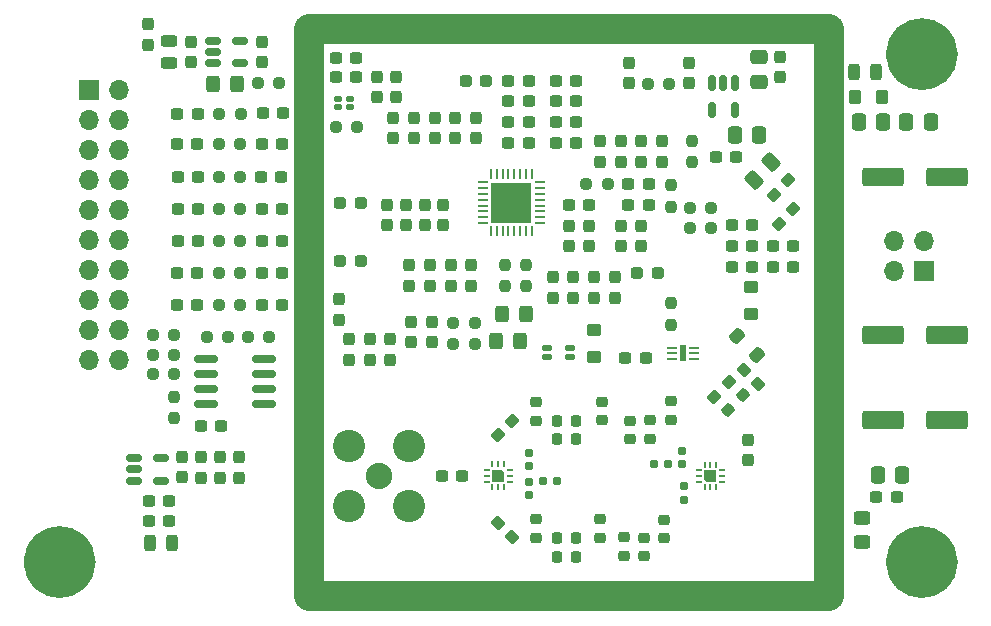
<source format=gbr>
%TF.GenerationSoftware,KiCad,Pcbnew,8.0.9-8.0.9-0~ubuntu22.04.1*%
%TF.CreationDate,2025-06-08T18:36:03+02:00*%
%TF.ProjectId,LO_synth_ADF4351_module,4c4f5f73-796e-4746-985f-414446343335,rev?*%
%TF.SameCoordinates,Original*%
%TF.FileFunction,Soldermask,Top*%
%TF.FilePolarity,Negative*%
%FSLAX46Y46*%
G04 Gerber Fmt 4.6, Leading zero omitted, Abs format (unit mm)*
G04 Created by KiCad (PCBNEW 8.0.9-8.0.9-0~ubuntu22.04.1) date 2025-06-08 18:36:03*
%MOMM*%
%LPD*%
G01*
G04 APERTURE LIST*
G04 Aperture macros list*
%AMRoundRect*
0 Rectangle with rounded corners*
0 $1 Rounding radius*
0 $2 $3 $4 $5 $6 $7 $8 $9 X,Y pos of 4 corners*
0 Add a 4 corners polygon primitive as box body*
4,1,4,$2,$3,$4,$5,$6,$7,$8,$9,$2,$3,0*
0 Add four circle primitives for the rounded corners*
1,1,$1+$1,$2,$3*
1,1,$1+$1,$4,$5*
1,1,$1+$1,$6,$7*
1,1,$1+$1,$8,$9*
0 Add four rect primitives between the rounded corners*
20,1,$1+$1,$2,$3,$4,$5,0*
20,1,$1+$1,$4,$5,$6,$7,0*
20,1,$1+$1,$6,$7,$8,$9,0*
20,1,$1+$1,$8,$9,$2,$3,0*%
%AMOutline5P*
0 Free polygon, 5 corners , with rotation*
0 The origin of the aperture is its center*
0 number of corners: always 5*
0 $1 to $10 corner X, Y*
0 $11 Rotation angle, in degrees counterclockwise*
0 create outline with 5 corners*
4,1,5,$1,$2,$3,$4,$5,$6,$7,$8,$9,$10,$1,$2,$11*%
%AMOutline6P*
0 Free polygon, 6 corners , with rotation*
0 The origin of the aperture is its center*
0 number of corners: always 6*
0 $1 to $12 corner X, Y*
0 $13 Rotation angle, in degrees counterclockwise*
0 create outline with 6 corners*
4,1,6,$1,$2,$3,$4,$5,$6,$7,$8,$9,$10,$11,$12,$1,$2,$13*%
%AMOutline7P*
0 Free polygon, 7 corners , with rotation*
0 The origin of the aperture is its center*
0 number of corners: always 7*
0 $1 to $14 corner X, Y*
0 $15 Rotation angle, in degrees counterclockwise*
0 create outline with 7 corners*
4,1,7,$1,$2,$3,$4,$5,$6,$7,$8,$9,$10,$11,$12,$13,$14,$1,$2,$15*%
%AMOutline8P*
0 Free polygon, 8 corners , with rotation*
0 The origin of the aperture is its center*
0 number of corners: always 8*
0 $1 to $16 corner X, Y*
0 $17 Rotation angle, in degrees counterclockwise*
0 create outline with 8 corners*
4,1,8,$1,$2,$3,$4,$5,$6,$7,$8,$9,$10,$11,$12,$13,$14,$15,$16,$1,$2,$17*%
G04 Aperture macros list end*
%ADD10C,3.050000*%
%ADD11C,2.500000*%
%ADD12RoundRect,0.237500X0.237500X-0.300000X0.237500X0.300000X-0.237500X0.300000X-0.237500X-0.300000X0*%
%ADD13RoundRect,0.237500X-0.250000X-0.237500X0.250000X-0.237500X0.250000X0.237500X-0.250000X0.237500X0*%
%ADD14RoundRect,0.237500X0.300000X0.237500X-0.300000X0.237500X-0.300000X-0.237500X0.300000X-0.237500X0*%
%ADD15RoundRect,0.237500X-0.300000X-0.237500X0.300000X-0.237500X0.300000X0.237500X-0.300000X0.237500X0*%
%ADD16RoundRect,0.155000X-0.155000X0.212500X-0.155000X-0.212500X0.155000X-0.212500X0.155000X0.212500X0*%
%ADD17RoundRect,0.237500X-0.237500X0.300000X-0.237500X-0.300000X0.237500X-0.300000X0.237500X0.300000X0*%
%ADD18RoundRect,0.225000X-0.250000X0.225000X-0.250000X-0.225000X0.250000X-0.225000X0.250000X0.225000X0*%
%ADD19RoundRect,0.250000X-0.350000X0.275000X-0.350000X-0.275000X0.350000X-0.275000X0.350000X0.275000X0*%
%ADD20RoundRect,0.237500X0.044194X0.380070X-0.380070X-0.044194X-0.044194X-0.380070X0.380070X0.044194X0*%
%ADD21RoundRect,0.250000X-0.325000X-0.450000X0.325000X-0.450000X0.325000X0.450000X-0.325000X0.450000X0*%
%ADD22RoundRect,0.237500X0.237500X-0.250000X0.237500X0.250000X-0.237500X0.250000X-0.237500X-0.250000X0*%
%ADD23RoundRect,0.237500X-0.237500X0.287500X-0.237500X-0.287500X0.237500X-0.287500X0.237500X0.287500X0*%
%ADD24RoundRect,0.237500X0.250000X0.237500X-0.250000X0.237500X-0.250000X-0.237500X0.250000X-0.237500X0*%
%ADD25RoundRect,0.237500X-0.237500X0.250000X-0.237500X-0.250000X0.237500X-0.250000X0.237500X0.250000X0*%
%ADD26RoundRect,0.225000X0.250000X-0.225000X0.250000X0.225000X-0.250000X0.225000X-0.250000X-0.225000X0*%
%ADD27RoundRect,0.250000X-1.500000X-0.550000X1.500000X-0.550000X1.500000X0.550000X-1.500000X0.550000X0*%
%ADD28RoundRect,0.250000X-0.475000X0.337500X-0.475000X-0.337500X0.475000X-0.337500X0.475000X0.337500X0*%
%ADD29RoundRect,0.218750X-0.256250X0.218750X-0.256250X-0.218750X0.256250X-0.218750X0.256250X0.218750X0*%
%ADD30RoundRect,0.250000X0.337500X0.475000X-0.337500X0.475000X-0.337500X-0.475000X0.337500X-0.475000X0*%
%ADD31RoundRect,0.250000X0.350000X-0.275000X0.350000X0.275000X-0.350000X0.275000X-0.350000X-0.275000X0*%
%ADD32RoundRect,0.250000X-0.337500X-0.475000X0.337500X-0.475000X0.337500X0.475000X-0.337500X0.475000X0*%
%ADD33RoundRect,0.125000X0.325000X0.125000X-0.325000X0.125000X-0.325000X-0.125000X0.325000X-0.125000X0*%
%ADD34RoundRect,0.218750X0.218750X0.256250X-0.218750X0.256250X-0.218750X-0.256250X0.218750X-0.256250X0*%
%ADD35RoundRect,0.243750X0.243750X0.456250X-0.243750X0.456250X-0.243750X-0.456250X0.243750X-0.456250X0*%
%ADD36RoundRect,0.237500X0.008839X0.344715X-0.344715X-0.008839X-0.008839X-0.344715X0.344715X0.008839X0*%
%ADD37RoundRect,0.237500X-0.035355X-0.371231X0.371231X0.035355X0.035355X0.371231X-0.371231X-0.035355X0*%
%ADD38RoundRect,0.150000X-0.512500X-0.150000X0.512500X-0.150000X0.512500X0.150000X-0.512500X0.150000X0*%
%ADD39RoundRect,0.250000X-0.097227X0.574524X-0.574524X0.097227X0.097227X-0.574524X0.574524X-0.097227X0*%
%ADD40RoundRect,0.155000X0.155000X-0.212500X0.155000X0.212500X-0.155000X0.212500X-0.155000X-0.212500X0*%
%ADD41RoundRect,0.237500X-0.287500X-0.237500X0.287500X-0.237500X0.287500X0.237500X-0.287500X0.237500X0*%
%ADD42RoundRect,0.062500X-0.375000X-0.062500X0.375000X-0.062500X0.375000X0.062500X-0.375000X0.062500X0*%
%ADD43R,0.600000X1.370000*%
%ADD44RoundRect,0.225000X-0.225000X-0.250000X0.225000X-0.250000X0.225000X0.250000X-0.225000X0.250000X0*%
%ADD45RoundRect,0.237500X0.380070X-0.044194X-0.044194X0.380070X-0.380070X0.044194X0.044194X-0.380070X0*%
%ADD46RoundRect,0.160000X-0.197500X-0.160000X0.197500X-0.160000X0.197500X0.160000X-0.197500X0.160000X0*%
%ADD47C,2.286000*%
%ADD48RoundRect,0.160000X0.197500X0.160000X-0.197500X0.160000X-0.197500X-0.160000X0.197500X-0.160000X0*%
%ADD49RoundRect,0.062500X-0.062500X-0.175000X0.062500X-0.175000X0.062500X0.175000X-0.062500X0.175000X0*%
%ADD50RoundRect,0.062500X-0.175000X0.062500X-0.175000X-0.062500X0.175000X-0.062500X0.175000X0.062500X0*%
%ADD51Outline5P,-0.500000X0.300000X-0.300000X0.500000X0.500000X0.500000X0.500000X-0.500000X-0.500000X-0.500000X270.000000*%
%ADD52RoundRect,0.150000X-0.150000X0.512500X-0.150000X-0.512500X0.150000X-0.512500X0.150000X0.512500X0*%
%ADD53RoundRect,0.062500X0.062500X0.175000X-0.062500X0.175000X-0.062500X-0.175000X0.062500X-0.175000X0*%
%ADD54RoundRect,0.062500X0.175000X-0.062500X0.175000X0.062500X-0.175000X0.062500X-0.175000X-0.062500X0*%
%ADD55Outline5P,-0.500000X0.300000X-0.300000X0.500000X0.500000X0.500000X0.500000X-0.500000X-0.500000X-0.500000X90.000000*%
%ADD56RoundRect,0.237500X0.287500X0.237500X-0.287500X0.237500X-0.287500X-0.237500X0.287500X-0.237500X0*%
%ADD57RoundRect,0.250000X0.441942X0.053033X0.053033X0.441942X-0.441942X-0.053033X-0.053033X-0.441942X0*%
%ADD58RoundRect,0.250000X0.450000X-0.325000X0.450000X0.325000X-0.450000X0.325000X-0.450000X-0.325000X0*%
%ADD59RoundRect,0.243750X0.456250X-0.243750X0.456250X0.243750X-0.456250X0.243750X-0.456250X-0.243750X0*%
%ADD60RoundRect,0.250000X0.275000X0.350000X-0.275000X0.350000X-0.275000X-0.350000X0.275000X-0.350000X0*%
%ADD61RoundRect,0.125000X0.175000X0.125000X-0.175000X0.125000X-0.175000X-0.125000X0.175000X-0.125000X0*%
%ADD62RoundRect,0.062500X-0.350000X-0.062500X0.350000X-0.062500X0.350000X0.062500X-0.350000X0.062500X0*%
%ADD63RoundRect,0.062500X-0.062500X-0.350000X0.062500X-0.350000X0.062500X0.350000X-0.062500X0.350000X0*%
%ADD64R,3.500000X3.500000*%
%ADD65RoundRect,0.150000X0.825000X0.150000X-0.825000X0.150000X-0.825000X-0.150000X0.825000X-0.150000X0*%
%ADD66R,1.700000X1.700000*%
%ADD67O,1.700000X1.700000*%
%ADD68C,2.240000*%
%ADD69C,2.740000*%
G04 APERTURE END LIST*
D10*
X144025000Y-40000000D02*
G75*
G02*
X140975000Y-40000000I-1525000J0D01*
G01*
X140975000Y-40000000D02*
G75*
G02*
X144025000Y-40000000I1525000J0D01*
G01*
X144025000Y-83000000D02*
G75*
G02*
X140975000Y-83000000I-1525000J0D01*
G01*
X140975000Y-83000000D02*
G75*
G02*
X144025000Y-83000000I1525000J0D01*
G01*
X71025000Y-83000000D02*
G75*
G02*
X67975000Y-83000000I-1525000J0D01*
G01*
X67975000Y-83000000D02*
G75*
G02*
X71025000Y-83000000I1525000J0D01*
G01*
%TO.C,J3*%
D11*
X134650000Y-37900000D02*
X90650000Y-37900000D01*
X90650000Y-85900000D01*
X134650000Y-85900000D01*
X134650000Y-37900000D01*
%TD*%
D12*
%TO.C,C39*%
X98800000Y-54462500D03*
X98800000Y-52737500D03*
%TD*%
%TO.C,C26*%
X99100000Y-59600000D03*
X99100000Y-57875000D03*
%TD*%
%TO.C,C14*%
X83100000Y-75862500D03*
X83100000Y-74137500D03*
%TD*%
D13*
%TO.C,R18*%
X122837500Y-53000000D03*
X124662500Y-53000000D03*
%TD*%
D14*
%TO.C,C98*%
X131612500Y-58000000D03*
X129887500Y-58000000D03*
%TD*%
D15*
%TO.C,C58*%
X111500000Y-45750000D03*
X113225000Y-45750000D03*
%TD*%
D13*
%TO.C,R21*%
X102837500Y-64500000D03*
X104662500Y-64500000D03*
%TD*%
D16*
%TO.C,C85*%
X109250000Y-73732500D03*
X109250000Y-74867500D03*
%TD*%
D17*
%TO.C,C105*%
X98000000Y-41937500D03*
X98000000Y-43662500D03*
%TD*%
D18*
%TO.C,C69*%
X121250000Y-69400000D03*
X121250000Y-70950000D03*
%TD*%
D17*
%TO.C,C83*%
X130500000Y-40237500D03*
X130500000Y-41962500D03*
%TD*%
D16*
%TO.C,C52*%
X122200000Y-73582500D03*
X122200000Y-74717500D03*
%TD*%
D15*
%TO.C,C61*%
X111500000Y-44000000D03*
X113225000Y-44000000D03*
%TD*%
D12*
%TO.C,C46*%
X97200000Y-54462500D03*
X97200000Y-52737500D03*
%TD*%
D17*
%TO.C,C60*%
X101000000Y-62637500D03*
X101000000Y-64362500D03*
%TD*%
D19*
%TO.C,L7*%
X114750000Y-63350000D03*
X114750000Y-65650000D03*
%TD*%
D20*
%TO.C,C95*%
X131209880Y-50690120D03*
X129990120Y-51909880D03*
%TD*%
D21*
%TO.C,D1*%
X82450000Y-42500000D03*
X84500000Y-42500000D03*
%TD*%
D22*
%TO.C,R32*%
X79200000Y-70812500D03*
X79200000Y-68987500D03*
%TD*%
D23*
%TO.C,FB7*%
X97750000Y-45375000D03*
X97750000Y-47125000D03*
%TD*%
D24*
%TO.C,R17*%
X115912500Y-51000000D03*
X114087500Y-51000000D03*
%TD*%
D25*
%TO.C,R19*%
X107250000Y-57837500D03*
X107250000Y-59662500D03*
%TD*%
D26*
%TO.C,C71*%
X119000000Y-82475000D03*
X119000000Y-80925000D03*
%TD*%
D13*
%TO.C,R6*%
X82975000Y-58500000D03*
X84800000Y-58500000D03*
%TD*%
D18*
%TO.C,C75*%
X115400000Y-69425000D03*
X115400000Y-70975000D03*
%TD*%
D12*
%TO.C,C24*%
X111250000Y-60612500D03*
X111250000Y-58887500D03*
%TD*%
D27*
%TO.C,C125*%
X139200000Y-71000000D03*
X144600000Y-71000000D03*
%TD*%
D25*
%TO.C,R24*%
X121250000Y-61087500D03*
X121250000Y-62912500D03*
%TD*%
D22*
%TO.C,R12*%
X123000000Y-49162500D03*
X123000000Y-47337500D03*
%TD*%
D28*
%TO.C,C82*%
X128700000Y-40262500D03*
X128700000Y-42337500D03*
%TD*%
D29*
%TO.C,L1*%
X117300000Y-80912500D03*
X117300000Y-82487500D03*
%TD*%
D30*
%TO.C,C91*%
X128737500Y-46800000D03*
X126662500Y-46800000D03*
%TD*%
D31*
%TO.C,L8*%
X128000000Y-62000000D03*
X128000000Y-59700000D03*
%TD*%
D12*
%TO.C,C59*%
X117000000Y-56250000D03*
X117000000Y-54525000D03*
%TD*%
D14*
%TO.C,C33*%
X109225000Y-45750000D03*
X107500000Y-45750000D03*
%TD*%
D15*
%TO.C,C6*%
X79475000Y-45037500D03*
X81200000Y-45037500D03*
%TD*%
%TO.C,C111*%
X92887500Y-40300000D03*
X94612500Y-40300000D03*
%TD*%
D14*
%TO.C,C48*%
X109225000Y-42250000D03*
X107500000Y-42250000D03*
%TD*%
%TO.C,C103*%
X103562500Y-75700000D03*
X101837500Y-75700000D03*
%TD*%
D12*
%TO.C,C56*%
X118750000Y-56250000D03*
X118750000Y-54525000D03*
%TD*%
D32*
%TO.C,C123*%
X137162500Y-45700000D03*
X139237500Y-45700000D03*
%TD*%
D33*
%TO.C,TR1*%
X112750000Y-65650000D03*
X112750000Y-64850000D03*
X110750000Y-64850000D03*
X110750000Y-65650000D03*
%TD*%
D15*
%TO.C,C3*%
X79437500Y-47600000D03*
X81162500Y-47600000D03*
%TD*%
%TO.C,C57*%
X117637500Y-52750000D03*
X119362500Y-52750000D03*
%TD*%
D12*
%TO.C,C128*%
X79900000Y-75825000D03*
X79900000Y-74100000D03*
%TD*%
D14*
%TO.C,C15*%
X88362500Y-61200000D03*
X86637500Y-61200000D03*
%TD*%
D34*
%TO.C,L4*%
X113187500Y-71050000D03*
X111612500Y-71050000D03*
%TD*%
D15*
%TO.C,C55*%
X111500000Y-47500000D03*
X113225000Y-47500000D03*
%TD*%
D26*
%TO.C,C72*%
X117800000Y-72575000D03*
X117800000Y-71025000D03*
%TD*%
D35*
%TO.C,C1*%
X79037500Y-81400000D03*
X77162500Y-81400000D03*
%TD*%
D36*
%TO.C,R105*%
X127345235Y-68854765D03*
X126054765Y-70145235D03*
%TD*%
D13*
%TO.C,R2*%
X83012500Y-45037500D03*
X84837500Y-45037500D03*
%TD*%
%TO.C,R22*%
X102837500Y-62750000D03*
X104662500Y-62750000D03*
%TD*%
D37*
%TO.C,FB11*%
X130381282Y-54368718D03*
X131618718Y-53131282D03*
%TD*%
D38*
%TO.C,U9*%
X82462500Y-38850000D03*
X82462500Y-39800000D03*
X82462500Y-40750000D03*
X84737500Y-40750000D03*
X84737500Y-38850000D03*
%TD*%
D14*
%TO.C,C21*%
X88337500Y-53100000D03*
X86612500Y-53100000D03*
%TD*%
D17*
%TO.C,C28*%
X104750000Y-45387500D03*
X104750000Y-47112500D03*
%TD*%
%TO.C,C76*%
X99260000Y-62637500D03*
X99260000Y-64362500D03*
%TD*%
D12*
%TO.C,C30*%
X113000000Y-60612500D03*
X113000000Y-58887500D03*
%TD*%
D39*
%TO.C,C97*%
X129733623Y-49166377D03*
X128266377Y-50633623D03*
%TD*%
D14*
%TO.C,C64*%
X119362500Y-51000000D03*
X117637500Y-51000000D03*
%TD*%
D17*
%TO.C,C29*%
X120500000Y-47387500D03*
X120500000Y-49112500D03*
%TD*%
D12*
%TO.C,C47*%
X104350000Y-59600000D03*
X104350000Y-57875000D03*
%TD*%
D15*
%TO.C,C66*%
X111500000Y-42250000D03*
X113225000Y-42250000D03*
%TD*%
D13*
%TO.C,R14*%
X122837500Y-54750000D03*
X124662500Y-54750000D03*
%TD*%
D15*
%TO.C,C102*%
X126387500Y-54500000D03*
X128112500Y-54500000D03*
%TD*%
D40*
%TO.C,C118*%
X109200000Y-77317500D03*
X109200000Y-76182500D03*
%TD*%
D24*
%TO.C,R37*%
X83762500Y-63950000D03*
X81937500Y-63950000D03*
%TD*%
D41*
%TO.C,FB4*%
X93250000Y-52600000D03*
X95000000Y-52600000D03*
%TD*%
D12*
%TO.C,C40*%
X102600000Y-59600000D03*
X102600000Y-57875000D03*
%TD*%
D14*
%TO.C,C27*%
X109225000Y-47500000D03*
X107500000Y-47500000D03*
%TD*%
D15*
%TO.C,C7*%
X79425000Y-58500000D03*
X81150000Y-58500000D03*
%TD*%
D17*
%TO.C,C106*%
X77000000Y-37475000D03*
X77000000Y-39200000D03*
%TD*%
D23*
%TO.C,FB2*%
X93125000Y-60750000D03*
X93125000Y-62500000D03*
%TD*%
D15*
%TO.C,C93*%
X125037500Y-48700000D03*
X126762500Y-48700000D03*
%TD*%
D25*
%TO.C,R15*%
X121250000Y-51087500D03*
X121250000Y-52912500D03*
%TD*%
D17*
%TO.C,C49*%
X99500000Y-45387500D03*
X99500000Y-47112500D03*
%TD*%
D25*
%TO.C,R20*%
X109000000Y-57837500D03*
X109000000Y-59662500D03*
%TD*%
D30*
%TO.C,C122*%
X143237500Y-45700000D03*
X141162500Y-45700000D03*
%TD*%
D15*
%TO.C,C92*%
X92887500Y-41900000D03*
X94612500Y-41900000D03*
%TD*%
%TO.C,C100*%
X126387500Y-56250000D03*
X128112500Y-56250000D03*
%TD*%
D18*
%TO.C,C74*%
X115250000Y-79375000D03*
X115250000Y-80925000D03*
%TD*%
D12*
%TO.C,C73*%
X94000000Y-65862500D03*
X94000000Y-64137500D03*
%TD*%
D15*
%TO.C,C11*%
X79512500Y-53100000D03*
X81237500Y-53100000D03*
%TD*%
D14*
%TO.C,C8*%
X78762500Y-77800000D03*
X77037500Y-77800000D03*
%TD*%
D13*
%TO.C,R5*%
X82975000Y-55800000D03*
X84800000Y-55800000D03*
%TD*%
D17*
%TO.C,C84*%
X117700000Y-40737500D03*
X117700000Y-42462500D03*
%TD*%
%TO.C,C43*%
X117000000Y-47387500D03*
X117000000Y-49112500D03*
%TD*%
D12*
%TO.C,C18*%
X84700000Y-75862500D03*
X84700000Y-74137500D03*
%TD*%
D18*
%TO.C,C68*%
X120637500Y-79400000D03*
X120637500Y-80950000D03*
%TD*%
D15*
%TO.C,C10*%
X79437500Y-61200000D03*
X81162500Y-61200000D03*
%TD*%
D42*
%TO.C,U6*%
X121312500Y-64840000D03*
X121312500Y-65340000D03*
X121312500Y-65840000D03*
X123187500Y-65840000D03*
X123187500Y-65340000D03*
X123187500Y-64840000D03*
D43*
X122250000Y-65340000D03*
%TD*%
D14*
%TO.C,C5*%
X140362500Y-77500000D03*
X138637500Y-77500000D03*
%TD*%
D24*
%TO.C,R34*%
X87262500Y-63950000D03*
X85437500Y-63950000D03*
%TD*%
D44*
%TO.C,C78*%
X111637500Y-72575000D03*
X113187500Y-72575000D03*
%TD*%
D24*
%TO.C,R16*%
X88107500Y-42465000D03*
X86282500Y-42465000D03*
%TD*%
D44*
%TO.C,C77*%
X111650000Y-82575000D03*
X113200000Y-82575000D03*
%TD*%
D17*
%TO.C,C50*%
X115250000Y-47387500D03*
X115250000Y-49112500D03*
%TD*%
D13*
%TO.C,R23*%
X119287500Y-42500000D03*
X121112500Y-42500000D03*
%TD*%
D24*
%TO.C,R36*%
X79225000Y-67100000D03*
X77400000Y-67100000D03*
%TD*%
D45*
%TO.C,C121*%
X128659880Y-67959880D03*
X127440120Y-66740120D03*
%TD*%
D12*
%TO.C,C25*%
X102000000Y-54462500D03*
X102000000Y-52737500D03*
%TD*%
D46*
%TO.C,R101*%
X119805000Y-74700000D03*
X121000000Y-74700000D03*
%TD*%
D21*
%TO.C,L5*%
X106450000Y-64250000D03*
X108500000Y-64250000D03*
%TD*%
D17*
%TO.C,C35*%
X118750000Y-47387500D03*
X118750000Y-49112500D03*
%TD*%
D12*
%TO.C,C65*%
X95750000Y-65862500D03*
X95750000Y-64137500D03*
%TD*%
D45*
%TO.C,C120*%
X107834880Y-80909880D03*
X106615120Y-79690120D03*
%TD*%
D37*
%TO.C,L10*%
X124931282Y-69018718D03*
X126168718Y-67781282D03*
%TD*%
D47*
%TO.C,J3*%
X104200000Y-37900000D03*
X121100000Y-85900000D03*
%TD*%
D15*
%TO.C,C96*%
X126387500Y-58000000D03*
X128112500Y-58000000D03*
%TD*%
D13*
%TO.C,R1*%
X82987500Y-61200000D03*
X84812500Y-61200000D03*
%TD*%
D30*
%TO.C,C2*%
X140837500Y-75600000D03*
X138762500Y-75600000D03*
%TD*%
D18*
%TO.C,C80*%
X109875000Y-69475000D03*
X109875000Y-71025000D03*
%TD*%
D12*
%TO.C,C16*%
X81500000Y-75862500D03*
X81500000Y-74137500D03*
%TD*%
D48*
%TO.C,R102*%
X111597500Y-76150000D03*
X110402500Y-76150000D03*
%TD*%
D14*
%TO.C,C99*%
X131612500Y-56250000D03*
X129887500Y-56250000D03*
%TD*%
D49*
%TO.C,U102*%
X107137500Y-74737500D03*
X106637500Y-74737500D03*
X106137500Y-74737500D03*
D50*
X105675000Y-75200000D03*
X105675000Y-75700000D03*
X105675000Y-76200000D03*
D49*
X106137500Y-76662500D03*
X106637500Y-76662500D03*
X107137500Y-76662500D03*
D50*
X107600000Y-76200000D03*
X107600000Y-75700000D03*
X107600000Y-75200000D03*
D51*
X106637500Y-75700000D03*
%TD*%
D12*
%TO.C,C45*%
X116500000Y-60612500D03*
X116500000Y-58887500D03*
%TD*%
D52*
%TO.C,U5*%
X126650000Y-42462500D03*
X125700000Y-42462500D03*
X124750000Y-42462500D03*
X124750000Y-44737500D03*
X126650000Y-44737500D03*
%TD*%
D13*
%TO.C,R3*%
X82962500Y-50400000D03*
X84787500Y-50400000D03*
%TD*%
D14*
%TO.C,C22*%
X88237500Y-50400000D03*
X86512500Y-50400000D03*
%TD*%
D53*
%TO.C,U101*%
X124100000Y-76675000D03*
X124600000Y-76675000D03*
X125100000Y-76675000D03*
D54*
X125562500Y-76212500D03*
X125562500Y-75712500D03*
X125562500Y-75212500D03*
D53*
X125100000Y-74750000D03*
X124600000Y-74750000D03*
X124100000Y-74750000D03*
D54*
X123637500Y-75212500D03*
X123637500Y-75712500D03*
X123637500Y-76212500D03*
D55*
X124600000Y-75712500D03*
%TD*%
D17*
%TO.C,C89*%
X122800000Y-40737500D03*
X122800000Y-42462500D03*
%TD*%
D13*
%TO.C,R33*%
X77387500Y-63800000D03*
X79212500Y-63800000D03*
%TD*%
D14*
%TO.C,C12*%
X88450000Y-44987500D03*
X86725000Y-44987500D03*
%TD*%
D27*
%TO.C,C126*%
X139200000Y-50400000D03*
X144600000Y-50400000D03*
%TD*%
D56*
%TO.C,FB3*%
X120125000Y-58500000D03*
X118375000Y-58500000D03*
%TD*%
D57*
%TO.C,L9*%
X128513173Y-65463173D03*
X126886827Y-63836827D03*
%TD*%
D15*
%TO.C,C9*%
X79487500Y-55800000D03*
X81212500Y-55800000D03*
%TD*%
D24*
%TO.C,R35*%
X79212500Y-65500000D03*
X77387500Y-65500000D03*
%TD*%
D58*
%TO.C,FB1*%
X137400000Y-81325000D03*
X137400000Y-79275000D03*
%TD*%
D59*
%TO.C,C109*%
X78800000Y-40737500D03*
X78800000Y-38862500D03*
%TD*%
D17*
%TO.C,C94*%
X127750000Y-72637500D03*
X127750000Y-74362500D03*
%TD*%
D41*
%TO.C,FB5*%
X93250000Y-57500000D03*
X95000000Y-57500000D03*
%TD*%
D34*
%TO.C,L3*%
X113187500Y-80950000D03*
X111612500Y-80950000D03*
%TD*%
D14*
%TO.C,C101*%
X83162500Y-71500000D03*
X81437500Y-71500000D03*
%TD*%
D27*
%TO.C,C124*%
X139200000Y-63800000D03*
X144600000Y-63800000D03*
%TD*%
D60*
%TO.C,FB12*%
X139150000Y-43600000D03*
X136850000Y-43600000D03*
%TD*%
D12*
%TO.C,C108*%
X86600000Y-40662500D03*
X86600000Y-38937500D03*
%TD*%
D20*
%TO.C,C119*%
X107834880Y-71040120D03*
X106615120Y-72259880D03*
%TD*%
D41*
%TO.C,FB6*%
X103875000Y-42250000D03*
X105625000Y-42250000D03*
%TD*%
D14*
%TO.C,C19*%
X88350000Y-58500000D03*
X86625000Y-58500000D03*
%TD*%
D61*
%TO.C,U8*%
X94100000Y-43800000D03*
X93100000Y-43800000D03*
X93100000Y-44500000D03*
X94100000Y-44500000D03*
%TD*%
D12*
%TO.C,C67*%
X112612500Y-56250000D03*
X112612500Y-54525000D03*
%TD*%
D38*
%TO.C,U1*%
X75825000Y-74200000D03*
X75825000Y-75150000D03*
X75825000Y-76100000D03*
X78100000Y-76100000D03*
X78100000Y-74200000D03*
%TD*%
D13*
%TO.C,R4*%
X82962500Y-53100000D03*
X84787500Y-53100000D03*
%TD*%
D14*
%TO.C,C4*%
X78762500Y-79500000D03*
X77037500Y-79500000D03*
%TD*%
D22*
%TO.C,R107*%
X91300000Y-54625000D03*
X91300000Y-52800000D03*
%TD*%
D15*
%TO.C,C13*%
X79512500Y-50400000D03*
X81237500Y-50400000D03*
%TD*%
D62*
%TO.C,U2*%
X105312500Y-50812500D03*
X105312500Y-51312500D03*
X105312500Y-51812500D03*
X105312500Y-52312500D03*
X105312500Y-52812500D03*
X105312500Y-53312500D03*
X105312500Y-53812500D03*
X105312500Y-54312500D03*
D63*
X106000000Y-55000000D03*
X106500000Y-55000000D03*
X107000000Y-55000000D03*
X107500000Y-55000000D03*
X108000000Y-55000000D03*
X108500000Y-55000000D03*
X109000000Y-55000000D03*
X109500000Y-55000000D03*
D62*
X110187500Y-54312500D03*
X110187500Y-53812500D03*
X110187500Y-53312500D03*
X110187500Y-52812500D03*
X110187500Y-52312500D03*
X110187500Y-51812500D03*
X110187500Y-51312500D03*
X110187500Y-50812500D03*
D63*
X109500000Y-50125000D03*
X109000000Y-50125000D03*
X108500000Y-50125000D03*
X108000000Y-50125000D03*
X107500000Y-50125000D03*
X107000000Y-50125000D03*
X106500000Y-50125000D03*
X106000000Y-50125000D03*
D64*
X107750000Y-52562500D03*
%TD*%
D12*
%TO.C,C63*%
X97500000Y-65862500D03*
X97500000Y-64137500D03*
%TD*%
D13*
%TO.C,R7*%
X82987500Y-47600000D03*
X84812500Y-47600000D03*
%TD*%
D65*
%TO.C,U7*%
X86825000Y-69605000D03*
X86825000Y-68335000D03*
X86825000Y-67065000D03*
X86825000Y-65795000D03*
X81875000Y-65795000D03*
X81875000Y-67065000D03*
X81875000Y-68335000D03*
X81875000Y-69605000D03*
%TD*%
D17*
%TO.C,C42*%
X101250000Y-45387500D03*
X101250000Y-47112500D03*
%TD*%
D14*
%TO.C,C20*%
X88350000Y-55800000D03*
X86625000Y-55800000D03*
%TD*%
D12*
%TO.C,C31*%
X100400000Y-54462500D03*
X100400000Y-52737500D03*
%TD*%
D18*
%TO.C,C79*%
X109825000Y-79375000D03*
X109825000Y-80925000D03*
%TD*%
D40*
%TO.C,C53*%
X122350000Y-77717500D03*
X122350000Y-76582500D03*
%TD*%
D35*
%TO.C,C81*%
X138637500Y-41500000D03*
X136762500Y-41500000D03*
%TD*%
D15*
%TO.C,C86*%
X117387500Y-65750000D03*
X119112500Y-65750000D03*
%TD*%
D14*
%TO.C,C70*%
X114362500Y-52750000D03*
X112637500Y-52750000D03*
%TD*%
%TO.C,C17*%
X88362500Y-47600000D03*
X86637500Y-47600000D03*
%TD*%
D29*
%TO.C,L2*%
X119500000Y-71012500D03*
X119500000Y-72587500D03*
%TD*%
D12*
%TO.C,C62*%
X114362500Y-56250000D03*
X114362500Y-54525000D03*
%TD*%
D14*
%TO.C,C41*%
X109225000Y-44000000D03*
X107500000Y-44000000D03*
%TD*%
D17*
%TO.C,C104*%
X96400000Y-41937499D03*
X96400000Y-43662501D03*
%TD*%
D24*
%TO.C,R108*%
X94712500Y-46200000D03*
X92887500Y-46200000D03*
%TD*%
D21*
%TO.C,L6*%
X106975000Y-62000000D03*
X109025000Y-62000000D03*
%TD*%
D17*
%TO.C,C34*%
X103000000Y-45387500D03*
X103000000Y-47112500D03*
%TD*%
D12*
%TO.C,C38*%
X114750000Y-60612500D03*
X114750000Y-58887500D03*
%TD*%
%TO.C,C32*%
X100850000Y-59600000D03*
X100850000Y-57875000D03*
%TD*%
%TO.C,C107*%
X80600000Y-40662500D03*
X80600000Y-38937500D03*
%TD*%
D66*
%TO.C,J1*%
X72000000Y-43000000D03*
D67*
X74540000Y-43000000D03*
X72000000Y-45540000D03*
X74540000Y-45540000D03*
X72000000Y-48080000D03*
X74540000Y-48080000D03*
X72000000Y-50620000D03*
X74540000Y-50620000D03*
X72000000Y-53160000D03*
X74540000Y-53160000D03*
X72000000Y-55700000D03*
X74540000Y-55700000D03*
X72000000Y-58240000D03*
X74540000Y-58240000D03*
X72000000Y-60780000D03*
X74540000Y-60780000D03*
X72000000Y-63320000D03*
X74540000Y-63320000D03*
X72000000Y-65860000D03*
X74540000Y-65860000D03*
%TD*%
D66*
%TO.C,J101*%
X142675000Y-58375000D03*
D67*
X142675000Y-55835000D03*
X140135000Y-58375000D03*
X140135000Y-55835000D03*
%TD*%
D68*
%TO.C,J2*%
X96500000Y-75750000D03*
D69*
X93960000Y-73210000D03*
X93960000Y-78290000D03*
X99040000Y-73210000D03*
X99040000Y-78290000D03*
%TD*%
M02*

</source>
